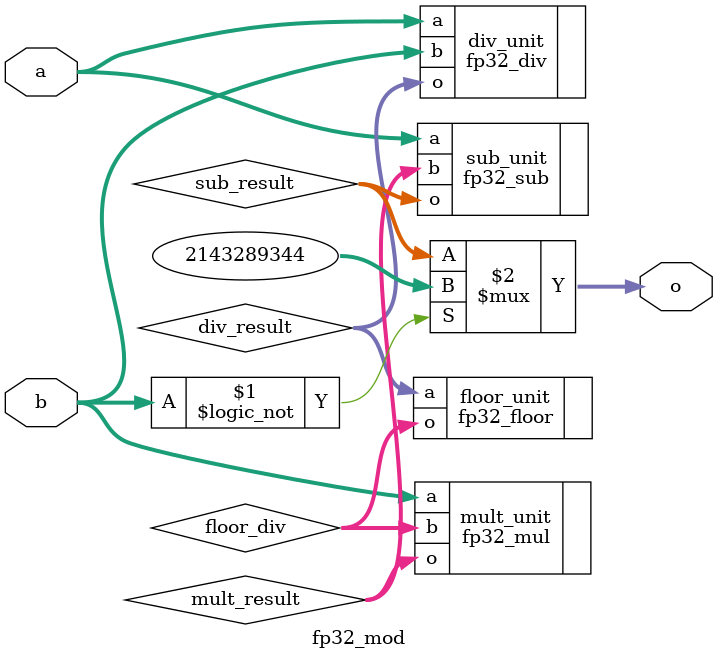
<source format=v>
`timescale 1ns / 1ps


module fp32_mod (
    input wire [31:0] a,  // FP32 input A (Dividend)
    input wire [31:0] b,  // FP32 input B (Divisor)
    output wire [31:0] o  // FP32 output (Remainder)
);

    wire [31:0] div_result;
    wire [31:0] floor_div;
    wire [31:0] mult_result;
    wire [31:0] sub_result;

    // FP32 Division: a / b
    fp32_div div_unit (
        .a(a),
        .b(b),
        .o(div_result)
    );

    // Truncate division result to integer (floor)
    fp32_floor floor_unit (
        .a(div_result),
        .o(floor_div)
    );

    // Multiply: b * floor(a / b)
    fp32_mul mult_unit (
        .a(b),
        .b(floor_div),
        .o(mult_result)
    );

    // Subtract: a - (b * floor(a / b))
    fp32_sub sub_unit (
        .a(a),
        .b(mult_result),
        .o(sub_result)
    );

    // Handle Special Cases: NaN for division by zero
    assign o = (b == 32'b0) ? 32'h7FC00000 : sub_result; // Return NaN if b == 0

endmodule


</source>
